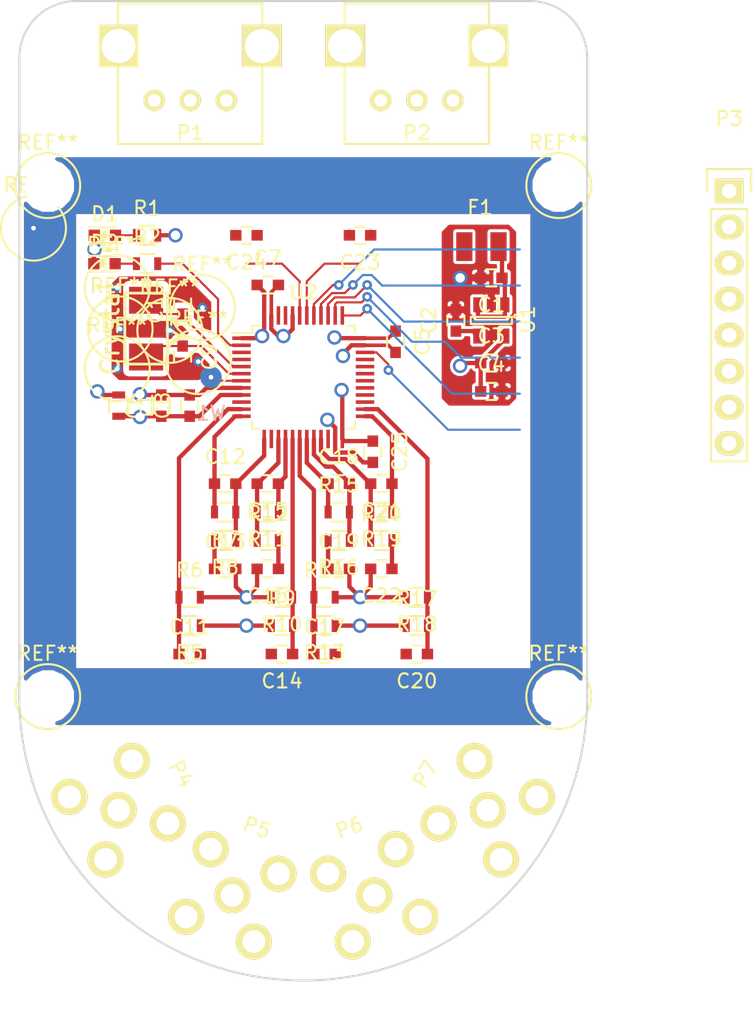
<source format=kicad_pcb>
(kicad_pcb (version 4) (host pcbnew "(2016-04-26 BZR 6712)-product")
  (layers (0 F.Cu signal) (1 In1.Cu power) (2 In2.Cu power) (31 B.Cu signal) (35 F.Paste user) (37 F.SilkS user hide) (38 B.Mask user) (39 F.Mask user) (44 Edge.Cuts user))
  (net 0 "")
  (net 1 +5V)
  (net 2 GND)
  (net 3 "Net-(C2-Pad1)")
  (net 4 +3V3)
  (net 5 +3.3VADC)
  (net 6 "Net-(C9-Pad1)")
  (net 7 "Net-(C10-Pad1)")
  (net 8 "Net-(D1-Pad2)")
  (net 9 "Net-(D2-Pad2)")
  (net 10 LED0)
  (net 11 "Net-(U2-Pad7)")
  (net 12 ADC1_IN1)
  (net 13 OPAMP1_VINP)
  (net 14 OPAMP1_VOUT)
  (net 15 OPAMP1_VINM)
  (net 16 ADC2_IN1)
  (net 17 OPAMP2_VINM)
  (net 18 OPAMP2_VOUT)
  (net 19 OPAMP2_VINP)
  (net 20 OPAMP3_VINP)
  (net 21 OPAMP3_VOUT)
  (net 22 OPAMP3_VINM)
  (net 23 OPAMP4_VINM)
  (net 24 OPAMP4_VINP)
  (net 25 OPAMP4_VOUT)
  (net 26 RCC_MCO)
  (net 27 "Net-(U2-Pad30)")
  (net 28 "Net-(U2-Pad31)")
  (net 29 USB_DM)
  (net 30 USB_DP)
  (net 31 SWDIO)
  (net 32 SWCLK)
  (net 33 SPI1_SCK)
  (net 34 SPI1_MISO)
  (net 35 SPI1_MOSI)
  (net 36 USART1_TX)
  (net 37 USART1_RX)
  (net 38 I2C1_SCL)
  (net 39 I2C1_SDA)
  (net 40 "Net-(C11-Pad2)")
  (net 41 "Net-(C13-Pad1)")
  (net 42 "Net-(C14-Pad2)")
  (net 43 "Net-(C16-Pad1)")
  (net 44 "Net-(C17-Pad2)")
  (net 45 "Net-(C19-Pad1)")
  (net 46 "Net-(C20-Pad2)")
  (net 47 "Net-(C22-Pad1)")
  (net 48 "Net-(U2-Pad22)")
  (net 49 "Net-(U2-Pad27)")
  (net 50 "Net-(U2-Pad28)")
  (net 51 "Net-(U2-Pad3)")
  (net 52 "Net-(U2-Pad4)")
  (net 53 SPI1_CS)
  (net 54 "Net-(C1-Pad1)")
  (module Pin_Headers:Pin_Header_Straight_1x08 (layer F.Cu) (at 190 96.38)
    (fp_text reference P3 (at 0 -5.1) (layer F.SilkS))
    (fp_text value CONN_01X08)
    (pad 1 thru_hole rect (at 0 0) (size 2.032 1.7272) (drill 1.016) (layers *.Cu *.Mask F.SilkS) (net 2 GND))
    (pad 2 thru_hole oval (at 0 2.54) (size 2.032 1.7272) (drill 1.016) (layers *.Cu *.Mask F.SilkS) (net 1 +5V))
    (pad 3 thru_hole oval (at 0 5.08) (size 2.032 1.7272) (drill 1.016) (layers *.Cu *.Mask F.SilkS) (net 35 SPI1_MOSI))
    (pad 4 thru_hole oval (at 0 7.62) (size 2.032 1.7272) (drill 1.016) (layers *.Cu *.Mask F.SilkS) (net 34 SPI1_MISO))
    (pad 5 thru_hole oval (at 0 10.16) (size 2.032 1.7272) (drill 1.016) (layers *.Cu *.Mask F.SilkS) (net 33 SPI1_SCK))
    (pad 6 thru_hole oval (at 0 12.7) (size 2.032 1.7272) (drill 1.016) (layers *.Cu *.Mask F.SilkS) (net 53 SPI1_CS))
    (pad 7 thru_hole oval (at 0 15.24) (size 2.032 1.7272) (drill 1.016) (layers *.Cu *.Mask F.SilkS) (net 32 SWCLK))
    (pad 8 thru_hole oval (at 0 17.78) (size 2.032 1.7272) (drill 1.016) (layers *.Cu *.Mask F.SilkS) (net 31 SWDIO))
  )
  (module Connect:1pin (layer F.Cu) (at 141 99)
    (fp_text reference REF** (at 0 -3.048) (layer F.SilkS))
    (fp_text value 1pin)
    (pad 1 thru_hole circle (at 0 0) (size 0.6858 0.6858) (drill 0.3302) (layers *.Cu) (net 2 GND))
  )
  (module Connect:1pin (layer F.Cu) (at 178 96)
    (fp_text reference REF** (at 0 -3.048) (layer F.SilkS))
    (fp_text value 1pin)
    (pad "" np_thru_hole circle (at 0 0) (size 3.2 3.2) (drill 3.2) (layers *.Cu *.Mask F.SilkS))
  )
  (module Connect:1pin (layer F.Cu) (at 178 132)
    (fp_text reference REF** (at 0 -3.048) (layer F.SilkS))
    (fp_text value 1pin)
    (pad "" np_thru_hole circle (at 0 0) (size 3.2 3.2) (drill 3.2) (layers *.Cu *.Mask F.SilkS))
  )
  (module Connect:1pin (layer F.Cu) (at 142 132)
    (fp_text reference REF** (at 0 -3.048) (layer F.SilkS))
    (fp_text value 1pin)
    (pad "" np_thru_hole circle (at 0 0) (size 3.2 3.2) (drill 3.2) (layers *.Cu *.Mask F.SilkS))
  )
  (module Connect:1pin (layer F.Cu) (at 142 96)
    (fp_text reference REF** (at 0 -3.048) (layer F.SilkS))
    (fp_text value 1pin)
    (pad "" np_thru_hole circle (at 0 0) (size 3.2 3.2) (drill 3.2) (layers *.Cu *.Mask F.SilkS))
  )
  (module Connect:1pin (layer F.Cu) (at 146.9 108.9)
    (fp_text reference REF** (at 0 -3.048) (layer F.SilkS))
    (fp_text value 1pin)
    (pad 1 thru_hole circle (at 0 0) (size 0.6858 0.6858) (drill 0.3302) (layers *.Cu) (net 2 GND))
  )
  (module Connect:1pin (layer F.Cu) (at 152.6 108.4)
    (fp_text reference REF** (at 0 -3.048) (layer F.SilkS))
    (fp_text value 1pin)
    (pad 1 thru_hole circle (at 0 0) (size 0.6858 0.6858) (drill 0.3302) (layers *.Cu) (net 2 GND))
  )
  (module Connect:1pin (layer F.Cu) (at 152.9 104.6)
    (fp_text reference REF** (at 0 -3.048) (layer F.SilkS))
    (fp_text value 1pin)
    (pad 1 thru_hole circle (at 0 0) (size 0.6858 0.6858) (drill 0.3302) (layers *.Cu) (net 2 GND))
  )
  (module Connect:1pin (layer F.Cu) (at 150.6 106.2)
    (fp_text reference REF** (at 0 -3.048) (layer F.SilkS))
    (fp_text value 1pin)
    (pad 1 thru_hole circle (at 0 0) (size 0.6858 0.6858) (drill 0.3302) (layers *.Cu) (net 2 GND))
  )
  (module Connect:1pin (layer F.Cu) (at 146.9 103.2)
    (fp_text reference REF** (at 0 -3.048) (layer F.SilkS))
    (fp_text value 1pin)
    (pad 1 thru_hole circle (at 0 0) (size 0.6858 0.6858) (drill 0.3302) (layers *.Cu) (net 2 GND))
  )
  (module Capacitors_SMD:C_0603 (layer F.Cu) (at 173.25 102.5 180)
    (fp_text reference C1 (at 0 -1.9 180) (layer F.SilkS))
    (fp_text value 1u)
    (pad 1 smd rect (at -0.75 0 180) (size 0.8 0.75) (layers F.Cu F.Paste F.Mask) (net 54 "Net-(C1-Pad1)"))
    (pad 2 smd rect (at 0.75 0 180) (size 0.8 0.75) (layers F.Cu F.Paste F.Mask) (net 2 GND))
  )
  (module Capacitors_SMD:C_0603 (layer F.Cu) (at 170.75 105.5 90)
    (fp_text reference C2 (at 0 -1.9 90) (layer F.SilkS))
    (fp_text value 10n)
    (pad 1 smd rect (at -0.75 0 90) (size 0.8 0.75) (layers F.Cu F.Paste F.Mask) (net 3 "Net-(C2-Pad1)"))
    (pad 2 smd rect (at 0.75 0 90) (size 0.8 0.75) (layers F.Cu F.Paste F.Mask) (net 2 GND))
  )
  (module Capacitors_SMD:C_0603 (layer F.Cu) (at 173.25 108.5)
    (fp_text reference C3 (at 0 -1.9) (layer F.SilkS))
    (fp_text value 1u)
    (pad 1 smd rect (at -0.75 0) (size 0.8 0.75) (layers F.Cu F.Paste F.Mask) (net 4 +3V3))
    (pad 2 smd rect (at 0.75 0) (size 0.8 0.75) (layers F.Cu F.Paste F.Mask) (net 2 GND))
  )
  (module Capacitors_SMD:C_0603 (layer F.Cu) (at 173.25 110.5)
    (fp_text reference C4 (at 0 -1.9) (layer F.SilkS))
    (fp_text value 100n)
    (pad 1 smd rect (at -0.75 0) (size 0.8 0.75) (layers F.Cu F.Paste F.Mask) (net 4 +3V3))
    (pad 2 smd rect (at 0.75 0) (size 0.8 0.75) (layers F.Cu F.Paste F.Mask) (net 2 GND))
  )
  (module Capacitors_SMD:C_0603 (layer F.Cu) (at 166.5 107 270)
    (fp_text reference C5 (at 0 -1.9 270) (layer F.SilkS))
    (fp_text value 100n)
    (pad 1 smd rect (at -0.75 0 270) (size 0.8 0.75) (layers F.Cu F.Paste F.Mask) (net 4 +3V3))
    (pad 2 smd rect (at 0.75 0 270) (size 0.8 0.75) (layers F.Cu F.Paste F.Mask) (net 2 GND))
  )
  (module Capacitors_SMD:C_0603 (layer F.Cu) (at 157.5 103)
    (fp_text reference C7 (at 0 -1.9) (layer F.SilkS))
    (fp_text value 100n)
    (pad 1 smd rect (at -0.75 0) (size 0.8 0.75) (layers F.Cu F.Paste F.Mask) (net 4 +3V3))
    (pad 2 smd rect (at 0.75 0) (size 0.8 0.75) (layers F.Cu F.Paste F.Mask) (net 2 GND))
  )
  (module Capacitors_SMD:C_0603 (layer F.Cu) (at 152 111.5 90)
    (fp_text reference C8 (at 0 -1.9 90) (layer F.SilkS))
    (fp_text value 10n)
    (pad 1 smd rect (at -0.75 0 90) (size 0.8 0.75) (layers F.Cu F.Paste F.Mask) (net 5 +3.3VADC))
    (pad 2 smd rect (at 0.75 0 90) (size 0.8 0.75) (layers F.Cu F.Paste F.Mask) (net 2 GND))
  )
  (module Capacitors_SMD:C_0603 (layer F.Cu) (at 151.5 108.05 270)
    (fp_text reference C9 (at 0 -1.9 270) (layer F.SilkS))
    (fp_text value 18p)
    (pad 1 smd rect (at -0.75 0 270) (size 0.8 0.75) (layers F.Cu F.Paste F.Mask) (net 6 "Net-(C9-Pad1)"))
    (pad 2 smd rect (at 0.75 0 270) (size 0.8 0.75) (layers F.Cu F.Paste F.Mask) (net 2 GND))
  )
  (module Capacitors_SMD:C_0603 (layer F.Cu) (at 151.5 104.3 90)
    (fp_text reference C10 (at 0 -1.9 90) (layer F.SilkS))
    (fp_text value 18p)
    (pad 1 smd rect (at -0.75 0 90) (size 0.8 0.75) (layers F.Cu F.Paste F.Mask) (net 7 "Net-(C10-Pad1)"))
    (pad 2 smd rect (at 0.75 0 90) (size 0.8 0.75) (layers F.Cu F.Paste F.Mask) (net 2 GND))
  )
  (module LEDs:LED_0603 (layer F.Cu) (at 146.026939 99.5)
    (fp_text reference D1 (at 0 -1.5) (layer F.SilkS))
    (fp_text value LED)
    (pad 2 smd rect (at 0.7493 0 180) (size 0.79756 0.79756) (layers F.Cu F.Paste F.Mask) (net 8 "Net-(D1-Pad2)"))
    (pad 1 smd rect (at -0.7493 0 180) (size 0.79756 0.79756) (layers F.Cu F.Paste F.Mask) (net 2 GND))
  )
  (module LEDs:LED_0603 (layer F.Cu) (at 146 101.5)
    (fp_text reference D2 (at 0 -1.5) (layer F.SilkS))
    (fp_text value LED)
    (pad 2 smd rect (at 0.7493 0 180) (size 0.79756 0.79756) (layers F.Cu F.Paste F.Mask) (net 9 "Net-(D2-Pad2)"))
    (pad 1 smd rect (at -0.7493 0 180) (size 0.79756 0.79756) (layers F.Cu F.Paste F.Mask) (net 2 GND))
  )
  (module Resistors_SMD:R_0603 (layer F.Cu) (at 147 111.5 270)
    (fp_text reference L1 (at 0 -1.9 270) (layer F.SilkS))
    (fp_text value L_Small)
    (pad 1 smd rect (at -0.75 0 270) (size 0.5 0.9) (layers F.Cu F.Paste F.Mask) (net 4 +3V3))
    (pad 2 smd rect (at 0.75 0 270) (size 0.5 0.9) (layers F.Cu F.Paste F.Mask) (net 5 +3.3VADC))
  )
  (module Resistors_SMD:R_0603 (layer F.Cu) (at 149 99.5)
    (fp_text reference R1 (at 0 -1.9) (layer F.SilkS))
    (fp_text value 330)
    (pad 1 smd rect (at -0.75 0) (size 0.5 0.9) (layers F.Cu F.Paste F.Mask) (net 8 "Net-(D1-Pad2)"))
    (pad 2 smd rect (at 0.75 0) (size 0.5 0.9) (layers F.Cu F.Paste F.Mask) (net 4 +3V3))
  )
  (module Resistors_SMD:R_0603 (layer F.Cu) (at 149 101.5)
    (fp_text reference R2 (at 0 -1.9) (layer F.SilkS))
    (fp_text value 330)
    (pad 1 smd rect (at -0.75 0) (size 0.5 0.9) (layers F.Cu F.Paste F.Mask) (net 9 "Net-(D2-Pad2)"))
    (pad 2 smd rect (at 0.75 0) (size 0.5 0.9) (layers F.Cu F.Paste F.Mask) (net 10 LED0))
  )
  (module TO_SOT_Packages_SMD:SOT-23-5 (layer F.Cu) (at 173.25 105.5 270)
    (fp_text reference U1 (at -0.05 -2.55 270) (layer F.SilkS))
    (fp_text value LD3985M33R)
    (pad 1 smd rect (at -1.1 -0.95 270) (size 1.06 0.65) (layers F.Cu F.Paste F.Mask) (net 54 "Net-(C1-Pad1)"))
    (pad 2 smd rect (at -1.1 0 270) (size 1.06 0.65) (layers F.Cu F.Paste F.Mask) (net 2 GND))
    (pad 3 smd rect (at -1.1 0.95 270) (size 1.06 0.65) (layers F.Cu F.Paste F.Mask) (net 54 "Net-(C1-Pad1)"))
    (pad 4 smd rect (at 1.1 0.95 270) (size 1.06 0.65) (layers F.Cu F.Paste F.Mask) (net 3 "Net-(C2-Pad1)"))
    (pad 5 smd rect (at 1.1 -0.95 270) (size 1.06 0.65) (layers F.Cu F.Paste F.Mask) (net 4 +3V3))
  )
  (module Housings_QFP:LQFP-48_7x7mm_Pitch0.5mm (layer F.Cu) (at 160 109.5)
    (fp_text reference U2 (at 0 -6) (layer F.SilkS))
    (fp_text value "STM32F303C(B-C)Tx")
    (pad 1 smd rect (at -4.35 -2.75) (size 1.3 0.25) (layers F.Cu F.Paste F.Mask) (net 4 +3V3))
    (pad 2 smd rect (at -4.35 -2.25) (size 1.3 0.25) (layers F.Cu F.Paste F.Mask) (net 10 LED0))
    (pad 3 smd rect (at -4.35 -1.75) (size 1.3 0.25) (layers F.Cu F.Paste F.Mask) (net 51 "Net-(U2-Pad3)"))
    (pad 4 smd rect (at -4.35 -1.25) (size 1.3 0.25) (layers F.Cu F.Paste F.Mask) (net 52 "Net-(U2-Pad4)"))
    (pad 5 smd rect (at -4.35 -0.75) (size 1.3 0.25) (layers F.Cu F.Paste F.Mask) (net 7 "Net-(C10-Pad1)"))
    (pad 6 smd rect (at -4.35 -0.25) (size 1.3 0.25) (layers F.Cu F.Paste F.Mask) (net 6 "Net-(C9-Pad1)"))
    (pad 7 smd rect (at -4.35 0.25) (size 1.3 0.25) (layers F.Cu F.Paste F.Mask) (net 11 "Net-(U2-Pad7)"))
    (pad 8 smd rect (at -4.35 0.75) (size 1.3 0.25) (layers F.Cu F.Paste F.Mask) (net 2 GND))
    (pad 9 smd rect (at -4.35 1.25) (size 1.3 0.25) (layers F.Cu F.Paste F.Mask) (net 5 +3.3VADC))
    (pad 10 smd rect (at -4.35 1.75) (size 1.3 0.25) (layers F.Cu F.Paste F.Mask) (net 12 ADC1_IN1))
    (pad 11 smd rect (at -4.35 2.25) (size 1.3 0.25) (layers F.Cu F.Paste F.Mask) (net 13 OPAMP1_VINP))
    (pad 12 smd rect (at -4.35 2.75) (size 1.3 0.25) (layers F.Cu F.Paste F.Mask) (net 14 OPAMP1_VOUT))
    (pad 13 smd rect (at -2.75 4.35 90) (size 1.3 0.25) (layers F.Cu F.Paste F.Mask) (net 15 OPAMP1_VINM))
    (pad 14 smd rect (at -2.25 4.35 90) (size 1.3 0.25) (layers F.Cu F.Paste F.Mask) (net 16 ADC2_IN1))
    (pad 15 smd rect (at -1.75 4.35 90) (size 1.3 0.25) (layers F.Cu F.Paste F.Mask) (net 17 OPAMP2_VINM))
    (pad 16 smd rect (at -1.25 4.35 90) (size 1.3 0.25) (layers F.Cu F.Paste F.Mask) (net 18 OPAMP2_VOUT))
    (pad 17 smd rect (at -0.75 4.35 90) (size 1.3 0.25) (layers F.Cu F.Paste F.Mask) (net 19 OPAMP2_VINP))
    (pad 18 smd rect (at -0.25 4.35 90) (size 1.3 0.25) (layers F.Cu F.Paste F.Mask) (net 20 OPAMP3_VINP))
    (pad 19 smd rect (at 0.25 4.35 90) (size 1.3 0.25) (layers F.Cu F.Paste F.Mask) (net 21 OPAMP3_VOUT))
    (pad 20 smd rect (at 0.75 4.35 90) (size 1.3 0.25) (layers F.Cu F.Paste F.Mask) (net 22 OPAMP3_VINM))
    (pad 21 smd rect (at 1.25 4.35 90) (size 1.3 0.25) (layers F.Cu F.Paste F.Mask) (net 23 OPAMP4_VINM))
    (pad 22 smd rect (at 1.75 4.35 90) (size 1.3 0.25) (layers F.Cu F.Paste F.Mask) (net 48 "Net-(U2-Pad22)"))
    (pad 23 smd rect (at 2.25 4.35 90) (size 1.3 0.25) (layers F.Cu F.Paste F.Mask) (net 2 GND))
    (pad 24 smd rect (at 2.75 4.35 90) (size 1.3 0.25) (layers F.Cu F.Paste F.Mask) (net 4 +3V3))
    (pad 25 smd rect (at 4.35 2.75) (size 1.3 0.25) (layers F.Cu F.Paste F.Mask) (net 25 OPAMP4_VOUT))
    (pad 26 smd rect (at 4.35 2.25) (size 1.3 0.25) (layers F.Cu F.Paste F.Mask) (net 24 OPAMP4_VINP))
    (pad 27 smd rect (at 4.35 1.75) (size 1.3 0.25) (layers F.Cu F.Paste F.Mask) (net 49 "Net-(U2-Pad27)"))
    (pad 28 smd rect (at 4.35 1.25) (size 1.3 0.25) (layers F.Cu F.Paste F.Mask) (net 50 "Net-(U2-Pad28)"))
    (pad 29 smd rect (at 4.35 0.75) (size 1.3 0.25) (layers F.Cu F.Paste F.Mask) (net 26 RCC_MCO))
    (pad 30 smd rect (at 4.35 0.25) (size 1.3 0.25) (layers F.Cu F.Paste F.Mask) (net 27 "Net-(U2-Pad30)"))
    (pad 31 smd rect (at 4.35 -0.25) (size 1.3 0.25) (layers F.Cu F.Paste F.Mask) (net 28 "Net-(U2-Pad31)"))
    (pad 32 smd rect (at 4.35 -0.75) (size 1.3 0.25) (layers F.Cu F.Paste F.Mask) (net 29 USB_DM))
    (pad 33 smd rect (at 4.35 -1.25) (size 1.3 0.25) (layers F.Cu F.Paste F.Mask) (net 30 USB_DP))
    (pad 34 smd rect (at 4.35 -1.75) (size 1.3 0.25) (layers F.Cu F.Paste F.Mask) (net 31 SWDIO))
    (pad 35 smd rect (at 4.35 -2.25) (size 1.3 0.25) (layers F.Cu F.Paste F.Mask) (net 2 GND))
    (pad 36 smd rect (at 4.35 -2.75) (size 1.3 0.25) (layers F.Cu F.Paste F.Mask) (net 4 +3V3))
    (pad 37 smd rect (at 2.75 -4.35 90) (size 1.3 0.25) (layers F.Cu F.Paste F.Mask) (net 32 SWCLK))
    (pad 38 smd rect (at 2.25 -4.35 90) (size 1.3 0.25) (layers F.Cu F.Paste F.Mask) (net 53 SPI1_CS))
    (pad 39 smd rect (at 1.75 -4.35 90) (size 1.3 0.25) (layers F.Cu F.Paste F.Mask) (net 33 SPI1_SCK))
    (pad 40 smd rect (at 1.25 -4.35 90) (size 1.3 0.25) (layers F.Cu F.Paste F.Mask) (net 34 SPI1_MISO))
    (pad 41 smd rect (at 0.75 -4.35 90) (size 1.3 0.25) (layers F.Cu F.Paste F.Mask) (net 35 SPI1_MOSI))
    (pad 42 smd rect (at 0.25 -4.35 90) (size 1.3 0.25) (layers F.Cu F.Paste F.Mask) (net 36 USART1_TX))
    (pad 43 smd rect (at -0.25 -4.35 90) (size 1.3 0.25) (layers F.Cu F.Paste F.Mask) (net 37 USART1_RX))
    (pad 44 smd rect (at -0.75 -4.35 90) (size 1.3 0.25) (layers F.Cu F.Paste F.Mask) (net 2 GND))
    (pad 45 smd rect (at -1.25 -4.35 90) (size 1.3 0.25) (layers F.Cu F.Paste F.Mask) (net 38 I2C1_SCL))
    (pad 46 smd rect (at -1.75 -4.35 90) (size 1.3 0.25) (layers F.Cu F.Paste F.Mask) (net 39 I2C1_SDA))
    (pad 47 smd rect (at -2.25 -4.35 90) (size 1.3 0.25) (layers F.Cu F.Paste F.Mask) (net 2 GND))
    (pad 48 smd rect (at -2.75 -4.35 90) (size 1.3 0.25) (layers F.Cu F.Paste F.Mask) (net 4 +3V3))
  )
  (module ADC:SMA-ThroughHole (layer F.Cu) (at 147 140 300)
    (fp_text reference P4 (at 0 -5.08 300) (layer F.SilkS))
    (fp_text value SMA)
    (pad 1 thru_hole circle (at 0 0 300) (size 2.54 2.54) (drill 1.6) (layers *.Cu *.Mask F.SilkS) (net 40 "Net-(C11-Pad2)"))
    (pad 2 thru_hole circle (at 2.54 -2.54 300) (size 2.54 2.54) (drill 1.6) (layers *.Cu *.Mask F.SilkS) (net 2 GND))
    (pad 2 thru_hole circle (at 2.54 2.54 300) (size 2.54 2.54) (drill 1.6) (layers *.Cu *.Mask F.SilkS) (net 2 GND))
    (pad 2 thru_hole circle (at -2.54 2.54 300) (size 2.54 2.54) (drill 1.6) (layers *.Cu *.Mask F.SilkS) (net 2 GND))
    (pad 2 thru_hole circle (at -2.54 -2.54 300) (size 2.54 2.54) (drill 1.6) (layers *.Cu *.Mask F.SilkS) (net 2 GND))
  )
  (module ADC:SMA-ThroughHole (layer F.Cu) (at 155 146 340)
    (fp_text reference P5 (at 0 -5.08 340) (layer F.SilkS))
    (fp_text value SMA)
    (pad 1 thru_hole circle (at 0 0 340) (size 2.54 2.54) (drill 1.6) (layers *.Cu *.Mask F.SilkS) (net 42 "Net-(C14-Pad2)"))
    (pad 2 thru_hole circle (at 2.54 -2.54 340) (size 2.54 2.54) (drill 1.6) (layers *.Cu *.Mask F.SilkS) (net 2 GND))
    (pad 2 thru_hole circle (at 2.54 2.54 340) (size 2.54 2.54) (drill 1.6) (layers *.Cu *.Mask F.SilkS) (net 2 GND))
    (pad 2 thru_hole circle (at -2.54 2.54 340) (size 2.54 2.54) (drill 1.6) (layers *.Cu *.Mask F.SilkS) (net 2 GND))
    (pad 2 thru_hole circle (at -2.54 -2.54 340) (size 2.54 2.54) (drill 1.6) (layers *.Cu *.Mask F.SilkS) (net 2 GND))
  )
  (module ADC:SMA-ThroughHole (layer F.Cu) (at 165 146 20)
    (fp_text reference P6 (at 0 -5.08 20) (layer F.SilkS))
    (fp_text value SMA)
    (pad 1 thru_hole circle (at 0 0 20) (size 2.54 2.54) (drill 1.6) (layers *.Cu *.Mask F.SilkS) (net 44 "Net-(C17-Pad2)"))
    (pad 2 thru_hole circle (at 2.54 -2.54 20) (size 2.54 2.54) (drill 1.6) (layers *.Cu *.Mask F.SilkS) (net 2 GND))
    (pad 2 thru_hole circle (at 2.54 2.54 20) (size 2.54 2.54) (drill 1.6) (layers *.Cu *.Mask F.SilkS) (net 2 GND))
    (pad 2 thru_hole circle (at -2.54 2.54 20) (size 2.54 2.54) (drill 1.6) (layers *.Cu *.Mask F.SilkS) (net 2 GND))
    (pad 2 thru_hole circle (at -2.54 -2.54 20) (size 2.54 2.54) (drill 1.6) (layers *.Cu *.Mask F.SilkS) (net 2 GND))
  )
  (module ADC:SMA-ThroughHole (layer F.Cu) (at 173 140 60)
    (fp_text reference P7 (at 0 -5.08 240) (layer F.SilkS))
    (fp_text value SMA)
    (pad 1 thru_hole circle (at 0 0 60) (size 2.54 2.54) (drill 1.6) (layers *.Cu *.Mask F.SilkS) (net 46 "Net-(C20-Pad2)"))
    (pad 2 thru_hole circle (at 2.54 -2.54 60) (size 2.54 2.54) (drill 1.6) (layers *.Cu *.Mask F.SilkS) (net 2 GND))
    (pad 2 thru_hole circle (at 2.54 2.54 60) (size 2.54 2.54) (drill 1.6) (layers *.Cu *.Mask F.SilkS) (net 2 GND))
    (pad 2 thru_hole circle (at -2.54 2.54 60) (size 2.54 2.54) (drill 1.6) (layers *.Cu *.Mask F.SilkS) (net 2 GND))
    (pad 2 thru_hole circle (at -2.54 -2.54 60) (size 2.54 2.54) (drill 1.6) (layers *.Cu *.Mask F.SilkS) (net 2 GND))
  )
  (module Capacitors_SMD:C_0603 (layer F.Cu) (at 152 129)
    (fp_text reference C11 (at 0 -1.9) (layer F.SilkS))
    (fp_text value 100n)
    (pad 1 smd rect (at -0.75 0) (size 0.8 0.75) (layers F.Cu F.Paste F.Mask) (net 13 OPAMP1_VINP))
    (pad 2 smd rect (at 0.75 0) (size 0.8 0.75) (layers F.Cu F.Paste F.Mask) (net 40 "Net-(C11-Pad2)"))
  )
  (module Capacitors_SMD:C_0603 (layer F.Cu) (at 154.5 117)
    (fp_text reference C12 (at 0 -1.9) (layer F.SilkS))
    (fp_text value 1p)
    (pad 1 smd rect (at -0.75 0) (size 0.8 0.75) (layers F.Cu F.Paste F.Mask) (net 14 OPAMP1_VOUT))
    (pad 2 smd rect (at 0.75 0) (size 0.8 0.75) (layers F.Cu F.Paste F.Mask) (net 15 OPAMP1_VINM))
  )
  (module Capacitors_SMD:C_0603 (layer F.Cu) (at 154.5 123)
    (fp_text reference C13 (at 0 -1.9) (layer F.SilkS))
    (fp_text value 100n)
    (pad 1 smd rect (at -0.75 0) (size 0.8 0.75) (layers F.Cu F.Paste F.Mask) (net 41 "Net-(C13-Pad1)"))
    (pad 2 smd rect (at 0.75 0) (size 0.8 0.75) (layers F.Cu F.Paste F.Mask) (net 2 GND))
  )
  (module Capacitors_SMD:C_0603 (layer F.Cu) (at 158.5 129 180)
    (fp_text reference C14 (at 0 -1.9 180) (layer F.SilkS))
    (fp_text value 100n)
    (pad 1 smd rect (at -0.75 0 180) (size 0.8 0.75) (layers F.Cu F.Paste F.Mask) (net 19 OPAMP2_VINP))
    (pad 2 smd rect (at 0.75 0 180) (size 0.8 0.75) (layers F.Cu F.Paste F.Mask) (net 42 "Net-(C14-Pad2)"))
  )
  (module Capacitors_SMD:C_0603 (layer F.Cu) (at 157.5 117 180)
    (fp_text reference C15 (at 0 -1.9 180) (layer F.SilkS))
    (fp_text value 1p)
    (pad 1 smd rect (at -0.75 0 180) (size 0.8 0.75) (layers F.Cu F.Paste F.Mask) (net 18 OPAMP2_VOUT))
    (pad 2 smd rect (at 0.75 0 180) (size 0.8 0.75) (layers F.Cu F.Paste F.Mask) (net 17 OPAMP2_VINM))
  )
  (module Capacitors_SMD:C_0603 (layer F.Cu) (at 157.5 123 180)
    (fp_text reference C16 (at 0 -1.9 180) (layer F.SilkS))
    (fp_text value 100n)
    (pad 1 smd rect (at -0.75 0 180) (size 0.8 0.75) (layers F.Cu F.Paste F.Mask) (net 43 "Net-(C16-Pad1)"))
    (pad 2 smd rect (at 0.75 0 180) (size 0.8 0.75) (layers F.Cu F.Paste F.Mask) (net 2 GND))
  )
  (module Capacitors_SMD:C_0603 (layer F.Cu) (at 161.5 129)
    (fp_text reference C17 (at 0 -1.9) (layer F.SilkS))
    (fp_text value 100n)
    (pad 1 smd rect (at -0.75 0) (size 0.8 0.75) (layers F.Cu F.Paste F.Mask) (net 20 OPAMP3_VINP))
    (pad 2 smd rect (at 0.75 0) (size 0.8 0.75) (layers F.Cu F.Paste F.Mask) (net 44 "Net-(C17-Pad2)"))
  )
  (module Capacitors_SMD:C_0603 (layer F.Cu) (at 162.5 117)
    (fp_text reference C18 (at 0 -1.9) (layer F.SilkS))
    (fp_text value 1p)
    (pad 1 smd rect (at -0.75 0) (size 0.8 0.75) (layers F.Cu F.Paste F.Mask) (net 21 OPAMP3_VOUT))
    (pad 2 smd rect (at 0.75 0) (size 0.8 0.75) (layers F.Cu F.Paste F.Mask) (net 22 OPAMP3_VINM))
  )
  (module Capacitors_SMD:C_0603 (layer F.Cu) (at 162.5 123)
    (fp_text reference C19 (at 0 -1.9) (layer F.SilkS))
    (fp_text value 100n)
    (pad 1 smd rect (at -0.75 0) (size 0.8 0.75) (layers F.Cu F.Paste F.Mask) (net 45 "Net-(C19-Pad1)"))
    (pad 2 smd rect (at 0.75 0) (size 0.8 0.75) (layers F.Cu F.Paste F.Mask) (net 2 GND))
  )
  (module Capacitors_SMD:C_0603 (layer F.Cu) (at 168 129 180)
    (fp_text reference C20 (at 0 -1.9 180) (layer F.SilkS))
    (fp_text value 100n)
    (pad 1 smd rect (at -0.75 0 180) (size 0.8 0.75) (layers F.Cu F.Paste F.Mask) (net 24 OPAMP4_VINP))
    (pad 2 smd rect (at 0.75 0 180) (size 0.8 0.75) (layers F.Cu F.Paste F.Mask) (net 46 "Net-(C20-Pad2)"))
  )
  (module Capacitors_SMD:C_0603 (layer F.Cu) (at 165.5 117 180)
    (fp_text reference C21 (at 0 -1.9 180) (layer F.SilkS))
    (fp_text value 1p)
    (pad 1 smd rect (at -0.75 0 180) (size 0.8 0.75) (layers F.Cu F.Paste F.Mask) (net 25 OPAMP4_VOUT))
    (pad 2 smd rect (at 0.75 0 180) (size 0.8 0.75) (layers F.Cu F.Paste F.Mask) (net 23 OPAMP4_VINM))
  )
  (module Capacitors_SMD:C_0603 (layer F.Cu) (at 165.5 123 180)
    (fp_text reference C22 (at 0 -1.9 180) (layer F.SilkS))
    (fp_text value 100n)
    (pad 1 smd rect (at -0.75 0 180) (size 0.8 0.75) (layers F.Cu F.Paste F.Mask) (net 47 "Net-(C22-Pad1)"))
    (pad 2 smd rect (at 0.75 0 180) (size 0.8 0.75) (layers F.Cu F.Paste F.Mask) (net 2 GND))
  )
  (module Resistors_SMD:R_0603 (layer F.Cu) (at 152 127 180)
    (fp_text reference R5 (at 0 -1.9 180) (layer F.SilkS))
    (fp_text value 10K)
    (pad 1 smd rect (at -0.75 0 180) (size 0.5 0.9) (layers F.Cu F.Paste F.Mask) (net 5 +3.3VADC))
    (pad 2 smd rect (at 0.75 0 180) (size 0.5 0.9) (layers F.Cu F.Paste F.Mask) (net 13 OPAMP1_VINP))
  )
  (module Resistors_SMD:R_0603 (layer F.Cu) (at 152 125)
    (fp_text reference R6 (at 0 -1.9) (layer F.SilkS))
    (fp_text value 10K)
    (pad 1 smd rect (at -0.75 0) (size 0.5 0.9) (layers F.Cu F.Paste F.Mask) (net 13 OPAMP1_VINP))
    (pad 2 smd rect (at 0.75 0) (size 0.5 0.9) (layers F.Cu F.Paste F.Mask) (net 2 GND))
  )
  (module Resistors_SMD:R_0603 (layer F.Cu) (at 154.5 119 180)
    (fp_text reference R7 (at 0 -1.9 180) (layer F.SilkS))
    (fp_text value 10K)
    (pad 1 smd rect (at -0.75 0 180) (size 0.5 0.9) (layers F.Cu F.Paste F.Mask) (net 15 OPAMP1_VINM))
    (pad 2 smd rect (at 0.75 0 180) (size 0.5 0.9) (layers F.Cu F.Paste F.Mask) (net 14 OPAMP1_VOUT))
  )
  (module Resistors_SMD:R_0603 (layer F.Cu) (at 154.5 121 180)
    (fp_text reference R8 (at 0 -1.9 180) (layer F.SilkS))
    (fp_text value 10K)
    (pad 1 smd rect (at -0.75 0 180) (size 0.5 0.9) (layers F.Cu F.Paste F.Mask) (net 15 OPAMP1_VINM))
    (pad 2 smd rect (at 0.75 0 180) (size 0.5 0.9) (layers F.Cu F.Paste F.Mask) (net 41 "Net-(C13-Pad1)"))
  )
  (module Resistors_SMD:R_0603 (layer F.Cu) (at 158.5 127)
    (fp_text reference R9 (at 0 -1.9) (layer F.SilkS))
    (fp_text value 10K)
    (pad 1 smd rect (at -0.75 0) (size 0.5 0.9) (layers F.Cu F.Paste F.Mask) (net 5 +3.3VADC))
    (pad 2 smd rect (at 0.75 0) (size 0.5 0.9) (layers F.Cu F.Paste F.Mask) (net 19 OPAMP2_VINP))
  )
  (module Resistors_SMD:R_0603 (layer F.Cu) (at 158.5 125 180)
    (fp_text reference R10 (at 0 -1.9 180) (layer F.SilkS))
    (fp_text value 10K)
    (pad 1 smd rect (at -0.75 0 180) (size 0.5 0.9) (layers F.Cu F.Paste F.Mask) (net 19 OPAMP2_VINP))
    (pad 2 smd rect (at 0.75 0 180) (size 0.5 0.9) (layers F.Cu F.Paste F.Mask) (net 2 GND))
  )
  (module Resistors_SMD:R_0603 (layer F.Cu) (at 157.5 119 180)
    (fp_text reference R11 (at 0 -1.9 180) (layer F.SilkS))
    (fp_text value 10K)
    (pad 1 smd rect (at -0.75 0 180) (size 0.5 0.9) (layers F.Cu F.Paste F.Mask) (net 18 OPAMP2_VOUT))
    (pad 2 smd rect (at 0.75 0 180) (size 0.5 0.9) (layers F.Cu F.Paste F.Mask) (net 17 OPAMP2_VINM))
  )
  (module Resistors_SMD:R_0603 (layer F.Cu) (at 157.5 121)
    (fp_text reference R12 (at 0 -1.9) (layer F.SilkS))
    (fp_text value 10K)
    (pad 1 smd rect (at -0.75 0) (size 0.5 0.9) (layers F.Cu F.Paste F.Mask) (net 17 OPAMP2_VINM))
    (pad 2 smd rect (at 0.75 0) (size 0.5 0.9) (layers F.Cu F.Paste F.Mask) (net 43 "Net-(C16-Pad1)"))
  )
  (module Resistors_SMD:R_0603 (layer F.Cu) (at 161.5 127 180)
    (fp_text reference R13 (at 0 -1.9 180) (layer F.SilkS))
    (fp_text value 10K)
    (pad 1 smd rect (at -0.75 0 180) (size 0.5 0.9) (layers F.Cu F.Paste F.Mask) (net 5 +3.3VADC))
    (pad 2 smd rect (at 0.75 0 180) (size 0.5 0.9) (layers F.Cu F.Paste F.Mask) (net 20 OPAMP3_VINP))
  )
  (module Resistors_SMD:R_0603 (layer F.Cu) (at 161.5 125)
    (fp_text reference R14 (at 0 -1.9) (layer F.SilkS))
    (fp_text value 10K)
    (pad 1 smd rect (at -0.75 0) (size 0.5 0.9) (layers F.Cu F.Paste F.Mask) (net 20 OPAMP3_VINP))
    (pad 2 smd rect (at 0.75 0) (size 0.5 0.9) (layers F.Cu F.Paste F.Mask) (net 2 GND))
  )
  (module Resistors_SMD:R_0603 (layer F.Cu) (at 162.5 119)
    (fp_text reference R15 (at 0 -1.9) (layer F.SilkS))
    (fp_text value 10K)
    (pad 1 smd rect (at -0.75 0) (size 0.5 0.9) (layers F.Cu F.Paste F.Mask) (net 21 OPAMP3_VOUT))
    (pad 2 smd rect (at 0.75 0) (size 0.5 0.9) (layers F.Cu F.Paste F.Mask) (net 22 OPAMP3_VINM))
  )
  (module Resistors_SMD:R_0603 (layer F.Cu) (at 162.5 121 180)
    (fp_text reference R16 (at 0 -1.9 180) (layer F.SilkS))
    (fp_text value 10K)
    (pad 1 smd rect (at -0.75 0 180) (size 0.5 0.9) (layers F.Cu F.Paste F.Mask) (net 22 OPAMP3_VINM))
    (pad 2 smd rect (at 0.75 0 180) (size 0.5 0.9) (layers F.Cu F.Paste F.Mask) (net 45 "Net-(C19-Pad1)"))
  )
  (module Resistors_SMD:R_0603 (layer F.Cu) (at 168 127)
    (fp_text reference R17 (at 0 -1.9) (layer F.SilkS))
    (fp_text value 10K)
    (pad 1 smd rect (at -0.75 0) (size 0.5 0.9) (layers F.Cu F.Paste F.Mask) (net 5 +3.3VADC))
    (pad 2 smd rect (at 0.75 0) (size 0.5 0.9) (layers F.Cu F.Paste F.Mask) (net 24 OPAMP4_VINP))
  )
  (module Resistors_SMD:R_0603 (layer F.Cu) (at 168 125 180)
    (fp_text reference R18 (at 0 -1.9 180) (layer F.SilkS))
    (fp_text value 10K)
    (pad 1 smd rect (at -0.75 0 180) (size 0.5 0.9) (layers F.Cu F.Paste F.Mask) (net 24 OPAMP4_VINP))
    (pad 2 smd rect (at 0.75 0 180) (size 0.5 0.9) (layers F.Cu F.Paste F.Mask) (net 2 GND))
  )
  (module Resistors_SMD:R_0603 (layer F.Cu) (at 165.5 119 180)
    (fp_text reference R19 (at 0 -1.9 180) (layer F.SilkS))
    (fp_text value 10K)
    (pad 1 smd rect (at -0.75 0 180) (size 0.5 0.9) (layers F.Cu F.Paste F.Mask) (net 25 OPAMP4_VOUT))
    (pad 2 smd rect (at 0.75 0 180) (size 0.5 0.9) (layers F.Cu F.Paste F.Mask) (net 23 OPAMP4_VINM))
  )
  (module Resistors_SMD:R_0603 (layer F.Cu) (at 165.5 121)
    (fp_text reference R20 (at 0 -1.9) (layer F.SilkS))
    (fp_text value 10K)
    (pad 1 smd rect (at -0.75 0) (size 0.5 0.9) (layers F.Cu F.Paste F.Mask) (net 23 OPAMP4_VINM))
    (pad 2 smd rect (at 0.75 0) (size 0.5 0.9) (layers F.Cu F.Paste F.Mask) (net 47 "Net-(C22-Pad1)"))
  )
  (module Capacitors_SMD:C_0603 (layer F.Cu) (at 164 99.5 180)
    (fp_text reference C23 (at 0 -1.9 180) (layer F.SilkS))
    (fp_text value 100n)
    (pad 1 smd rect (at -0.75 0 180) (size 0.8 0.75) (layers F.Cu F.Paste F.Mask) (net 4 +3V3))
    (pad 2 smd rect (at 0.75 0 180) (size 0.8 0.75) (layers F.Cu F.Paste F.Mask) (net 2 GND))
  )
  (module Capacitors_SMD:C_0603 (layer F.Cu) (at 156 99.5 180)
    (fp_text reference C24 (at 0 -1.9 180) (layer F.SilkS))
    (fp_text value 100n)
    (pad 1 smd rect (at -0.75 0 180) (size 0.8 0.75) (layers F.Cu F.Paste F.Mask) (net 4 +3V3))
    (pad 2 smd rect (at 0.75 0 180) (size 0.8 0.75) (layers F.Cu F.Paste F.Mask) (net 2 GND))
  )
  (module abm3:ABM3 (layer F.Cu) (at 148.93 106.075 90)
    (fp_text reference Y1 (at 0 2.54 90) (layer F.SilkS) (effects (font (size 1.27 1.27) (thickness 0.2))))
    (fp_text value Crystal (at 0 -2.54 90) (layer F.SilkS) (effects (font (size 1.27 1.27) (thickness 0.2))))
    (pad 1 smd rect (at -2 0 90) (size 1.9 2.4) (layers F.Cu F.Paste F.Mask) (net 6 "Net-(C9-Pad1)"))
    (pad 2 smd rect (at 2 0 90) (size 1.9 2.4) (layers F.Cu F.Paste F.Mask) (net 7 "Net-(C10-Pad1)"))
  )
  (module ADC:ToslinkTranceiver (layer F.Cu) (at 152.04 90)
    (fp_text reference P1 (at 0 2.286) (layer F.SilkS))
    (fp_text value CONN_01X03)
    (pad 2 thru_hole circle (at 0 0) (size 1.5 1.5) (drill 0.9) (layers *.Cu *.Mask F.SilkS) (net 2 GND))
    (pad 3 thru_hole circle (at -2.54 0) (size 1.5 1.5) (drill 0.9) (layers *.Cu *.Mask F.SilkS) (net 37 USART1_RX))
    (pad 1 thru_hole circle (at 2.54 0) (size 1.5 1.5) (drill 0.9) (layers *.Cu *.Mask F.SilkS) (net 4 +3V3))
    (pad "" thru_hole rect (at 5.05 -3.83) (size 2.8 3) (drill 2.4) (layers *.Cu *.Mask F.SilkS))
    (pad "" thru_hole rect (at -5.05 -3.83) (size 2.8 3) (drill 2.4) (layers *.Cu *.Mask F.SilkS))
  )
  (module ADC:ToslinkTranceiver (layer F.Cu) (at 168 90)
    (fp_text reference P2 (at 0 2.286) (layer F.SilkS))
    (fp_text value CONN_01X03)
    (pad 2 thru_hole circle (at 0 0) (size 1.5 1.5) (drill 0.9) (layers *.Cu *.Mask F.SilkS) (net 4 +3V3))
    (pad 3 thru_hole circle (at -2.54 0) (size 1.5 1.5) (drill 0.9) (layers *.Cu *.Mask F.SilkS) (net 2 GND))
    (pad 1 thru_hole circle (at 2.54 0) (size 1.5 1.5) (drill 0.9) (layers *.Cu *.Mask F.SilkS) (net 36 USART1_TX))
    (pad "" thru_hole rect (at 5.05 -3.83) (size 2.8 3) (drill 2.4) (layers *.Cu *.Mask F.SilkS))
    (pad "" thru_hole rect (at -5.05 -3.83) (size 2.8 3) (drill 2.4) (layers *.Cu *.Mask F.SilkS))
  )
  (module Measurement_Points:Measurement_Point_Round-SMD-Pad_Small (layer B.Cu) (at 153.5 109.5)
    (fp_text reference W1 (at 0 2.54) (layer B.SilkS) (effects (justify mirror)))
    (fp_text value TEST_1P)
    (pad 1 smd circle (at 0 0) (size 1.524 1.524) (layers B.Cu B.Mask) (net 11 "Net-(U2-Pad7)"))
  )
  (module Connect:1pin (layer F.Cu) (at 147.1 106.1)
    (fp_text reference REF** (at 0 -3.048) (layer F.SilkS))
    (fp_text value 1pin)
    (pad 1 thru_hole circle (at 0 0) (size 0.6858 0.6858) (drill 0.3302) (layers *.Cu) (net 2 GND))
  )
  (module Capacitors_SMD:C_0603 (layer F.Cu) (at 150 111.5 90)
    (fp_text reference C6 (at 0 -1.9 90) (layer F.SilkS))
    (fp_text value 1u)
    (pad 1 smd rect (at -0.75 0 90) (size 0.8 0.75) (layers F.Cu F.Paste F.Mask) (net 5 +3.3VADC))
    (pad 2 smd rect (at 0.75 0 90) (size 0.8 0.75) (layers F.Cu F.Paste F.Mask) (net 2 GND))
  )
  (module Capacitors_SMD:C_0603 (layer F.Cu) (at 164.9 114.75 270)
    (fp_text reference C25 (at 0 -1.9 270) (layer F.SilkS))
    (fp_text value 100n)
    (pad 1 smd rect (at -0.75 0 270) (size 0.8 0.75) (layers F.Cu F.Paste F.Mask) (net 4 +3V3))
    (pad 2 smd rect (at 0.75 0 270) (size 0.8 0.75) (layers F.Cu F.Paste F.Mask) (net 2 GND))
  )
  (module Fuse_Holders_and_Fuses:Fuse_SMD1206_Reflow (layer F.Cu) (at 172.55 100.3)
    (fp_text reference F1 (at -0.09906 -2.75082) (layer F.SilkS))
    (fp_text value FUSE)
    (pad 1 smd rect (at -1.20396 0 90) (size 2.02946 1.14046) (layers F.Cu F.Paste F.Mask) (net 1 +5V))
    (pad 2 smd rect (at 1.20396 0 90) (size 2.02946 1.14046) (layers F.Cu F.Paste F.Mask) (net 54 "Net-(C1-Pad1)"))
  )
  (gr_arc (start 176 87) (end 176 83) (angle 90) (layer Edge.Cuts) (width 0.15))
  (gr_arc (start 144 87) (end 140 87) (angle 90) (layer Edge.Cuts) (width 0.15))
  (gr_arc (start 160 132) (end 180 132) (angle 180) (layer Edge.Cuts) (width 0.15))
  (gr_line (start 140 132) (end 140 87) (layer Edge.Cuts) (width 0.15))
  (gr_line (start 180 87) (end 180 132) (layer Edge.Cuts) (width 0.15))
  (gr_line (start 144 83) (end 176 83) (layer Edge.Cuts) (width 0.15))
  (segment (start 164.75 123) (end 164.75 124.25) (width 0.3048) (layer F.Cu) (net 2))
  (segment (start 164.75 124.25) (end 164 125) (width 0.3048) (layer F.Cu) (net 2))
  (segment (start 163.25 123) (end 163.25 124.25) (width 0.3048) (layer F.Cu) (net 2))
  (segment (start 163.25 124.25) (end 164 125) (width 0.3048) (layer F.Cu) (net 2))
  (segment (start 155.25 123) (end 155.25 124.25) (width 0.3048) (layer F.Cu) (net 2))
  (segment (start 155.25 124.25) (end 156 125) (width 0.3048) (layer F.Cu) (net 2))
  (segment (start 156.75 123) (end 156.75 124.25) (width 0.3048) (layer F.Cu) (net 2))
  (segment (start 156.75 124.25) (end 156 125) (width 0.3048) (layer F.Cu) (net 2))
  (segment (start 162.25 125) (end 164 125) (width 0.3048) (layer F.Cu) (net 2))
  (segment (start 167.25 125) (end 164 125) (width 0.3048) (layer F.Cu) (net 2))
  (via (at 164 125) (size 1.016) (drill 0.6604) (layers F.Cu B.Cu) (net 2))
  (segment (start 152.75 125) (end 156 125) (width 0.3048) (layer F.Cu) (net 2))
  (segment (start 157.75 125) (end 156 125) (width 0.3048) (layer F.Cu) (net 2))
  (via (at 156 125) (size 1.016) (drill 0.6604) (layers F.Cu B.Cu) (net 2))
  (segment (start 164.9 115.5) (end 164.2202 115.5) (width 0.3048) (layer F.Cu) (net 2))
  (segment (start 164.2202 115.5) (end 163.525009 114.804809) (width 0.3048) (layer F.Cu) (net 2))
  (segment (start 163.525009 114.804809) (end 162.25 114.8048) (width 0.3048) (layer F.Cu) (net 2))
  (segment (start 162.25 114.8048) (end 162.25 113.85) (width 0.3048) (layer F.Cu) (net 2))
  (segment (start 158.2452 106.6) (end 158.600006 106.6) (width 0.3048) (layer F.Cu) (net 2))
  (segment (start 157.75 106.1048) (end 158.2452 106.6) (width 0.3048) (layer F.Cu) (net 2))
  (segment (start 157.75 105.15) (end 157.75 106.1048) (width 0.3048) (layer F.Cu) (net 2))
  (segment (start 158.7548 106.6) (end 158.600006 106.6) (width 0.3048) (layer F.Cu) (net 2))
  (segment (start 159.25 106.1048) (end 158.7548 106.6) (width 0.3048) (layer F.Cu) (net 2))
  (segment (start 159.25 105.15) (end 159.25 106.1048) (width 0.3048) (layer F.Cu) (net 2))
  (via (at 158.600006 106.6) (size 1.016) (drill 0.6604) (layers F.Cu B.Cu) (net 2))
  (segment (start 163.3952 107.25) (end 162.8 107.8452) (width 0.3048) (layer F.Cu) (net 2))
  (segment (start 162.8 107.8452) (end 162.8 108) (width 0.3048) (layer F.Cu) (net 2))
  (segment (start 164.35 107.25) (end 163.3952 107.25) (width 0.3048) (layer F.Cu) (net 2))
  (via (at 162.8 108) (size 1.016) (drill 0.6604) (layers F.Cu B.Cu) (net 2))
  (segment (start 172.5 102.5) (end 171.05 102.5) (width 0.3048) (layer F.Cu) (net 2))
  (via (at 171.05 102.5) (size 1.016) (drill 0.6604) (layers F.Cu B.Cu) (net 2))
  (segment (start 145.2507 101.5) (end 145.2507 100.5493) (width 0.3048) (layer F.Cu) (net 2))
  (segment (start 145.2507 100.5493) (end 145.3 100.5) (width 0.3048) (layer F.Cu) (net 2))
  (segment (start 145.277639 99.5) (end 145.277639 100.477639) (width 0.3048) (layer F.Cu) (net 2))
  (segment (start 145.277639 100.477639) (end 145.3 100.5) (width 0.3048) (layer F.Cu) (net 2))
  (via (at 145.3 100.5) (size 1.016) (drill 0.6604) (layers F.Cu B.Cu) (net 2))
  (segment (start 162.25 113.85) (end 162.25 113.05) (width 0.3048) (layer F.Cu) (net 2))
  (segment (start 162.25 113.05) (end 161.7 112.5) (width 0.3048) (layer F.Cu) (net 2))
  (via (at 161.7 112.5) (size 1.016) (drill 0.6604) (layers F.Cu B.Cu) (net 2))
  (segment (start 150 110.75) (end 148.55 110.75) (width 0.3048) (layer F.Cu) (net 2))
  (segment (start 148.55 110.75) (end 148.5 110.7) (width 0.3048) (layer F.Cu) (net 2))
  (via (at 148.5 110.7) (size 1.016) (drill 0.6604) (layers F.Cu B.Cu) (net 2))
  (segment (start 152 110.75) (end 152.6798 110.75) (width 0.3048) (layer F.Cu) (net 2))
  (segment (start 152.6798 110.75) (end 153.1798 110.25) (width 0.3048) (layer F.Cu) (net 2))
  (segment (start 153.1798 110.25) (end 154.6952 110.25) (width 0.3048) (layer F.Cu) (net 2))
  (segment (start 154.6952 110.25) (end 155.65 110.25) (width 0.3048) (layer F.Cu) (net 2))
  (segment (start 150 110.75) (end 152 110.75) (width 0.3048) (layer F.Cu) (net 2))
  (segment (start 163.25 99.5) (end 163.25 99.25) (width 0.3048) (layer F.Cu) (net 2))
  (segment (start 155.225 99.5) (end 155.25 99.5) (width 0.3048) (layer F.Cu) (net 2))
  (segment (start 164.75 123) (end 164.75 123.25) (width 0.3048) (layer F.Cu) (net 2))
  (segment (start 163.25 123) (end 163.25 123.25) (width 0.3048) (layer F.Cu) (net 2))
  (segment (start 156.75 123) (end 156.75 123.25) (width 0.3048) (layer F.Cu) (net 2))
  (segment (start 155.25 123) (end 155.25 123.25) (width 0.3048) (layer F.Cu) (net 2))
  (segment (start 164.35 107.25) (end 166 107.25) (width 0.254) (layer F.Cu) (net 2))
  (segment (start 166 107.25) (end 166.5 107.75) (width 0.254) (layer F.Cu) (net 2))
  (segment (start 158.25 103) (end 157.75 103.5) (width 0.254) (layer F.Cu) (net 2))
  (segment (start 157.75 103.5) (end 157.75 105.15) (width 0.254) (layer F.Cu) (net 2))
  (segment (start 151.5 103.525) (end 151.5 103.55) (width 0.1524) (layer F.Cu) (net 2))
  (segment (start 170.75 106.25) (end 171.95 106.25) (width 0.3048) (layer F.Cu) (net 3))
  (segment (start 171.95 106.25) (end 172.3 106.6) (width 0.3048) (layer F.Cu) (net 3))
  (segment (start 157.25 105.15) (end 157.25 103.5) (width 0.3048) (layer F.Cu) (net 4))
  (segment (start 157.25 103.5) (end 156.75 103) (width 0.3048) (layer F.Cu) (net 4))
  (segment (start 164.9 114) (end 162.9 114) (width 0.3048) (layer F.Cu) (net 4))
  (segment (start 162.9 114) (end 162.75 113.85) (width 0.3048) (layer F.Cu) (net 4))
  (segment (start 171.250012 108.5) (end 171.050012 108.7) (width 0.3048) (layer F.Cu) (net 4))
  (segment (start 172.5 108.5) (end 171.250012 108.5) (width 0.3048) (layer F.Cu) (net 4))
  (via (at 171.050012 108.7) (size 1.016) (drill 0.6604) (layers F.Cu B.Cu) (net 4))
  (segment (start 172.5 108.5) (end 172.5 110.5) (width 0.3048) (layer F.Cu) (net 4))
  (segment (start 174.2 106.6) (end 174.2 106.8) (width 0.3048) (layer F.Cu) (net 4))
  (segment (start 174.2 106.8) (end 172.5 108.5) (width 0.3048) (layer F.Cu) (net 4))
  (segment (start 149.75 99.5) (end 151 99.5) (width 0.3048) (layer F.Cu) (net 4))
  (via (at 151 99.5) (size 1.016) (drill 0.6604) (layers F.Cu B.Cu) (net 4))
  (segment (start 155.65 106.75) (end 156.95 106.75) (width 0.3048) (layer F.Cu) (net 4))
  (segment (start 156.95 106.75) (end 157.1 106.6) (width 0.3048) (layer F.Cu) (net 4))
  (segment (start 157.25 105.15) (end 157.25 106.45) (width 0.3048) (layer F.Cu) (net 4))
  (segment (start 157.25 106.45) (end 157.1 106.6) (width 0.3048) (layer F.Cu) (net 4))
  (via (at 157.1 106.6) (size 1.016) (drill 0.6604) (layers F.Cu B.Cu) (net 4))
  (segment (start 164.35 106.75) (end 162.25 106.75) (width 0.3048) (layer F.Cu) (net 4))
  (via (at 162.2 106.7) (size 1.016) (drill 0.6604) (layers F.Cu B.Cu) (net 4))
  (segment (start 162.25 106.75) (end 162.2 106.7) (width 0.3048) (layer F.Cu) (net 4))
  (segment (start 162.75 113.85) (end 162.75 110.45) (width 0.3048) (layer F.Cu) (net 4))
  (segment (start 162.75 110.45) (end 162.7 110.4) (width 0.3048) (layer F.Cu) (net 4))
  (via (at 162.7 110.4) (size 1.016) (drill 0.6604) (layers F.Cu B.Cu) (net 4))
  (segment (start 147 110.75) (end 145.75 110.75) (width 0.3048) (layer F.Cu) (net 4))
  (via (at 145.5 110.5) (size 1.016) (drill 0.6604) (layers F.Cu B.Cu) (net 4))
  (segment (start 145.75 110.75) (end 145.5 110.5) (width 0.3048) (layer F.Cu) (net 4))
  (segment (start 164.75 99.25) (end 164.75 99.5) (width 0.3048) (layer F.Cu) (net 4))
  (segment (start 156.725 99.5) (end 156.75 99.5) (width 0.3048) (layer F.Cu) (net 4))
  (segment (start 164.35 106.75) (end 166 106.75) (width 0.254) (layer F.Cu) (net 4))
  (segment (start 166 106.75) (end 166.5 106.25) (width 0.254) (layer F.Cu) (net 4))
  (segment (start 164.725 99.5) (end 164.75 99.5) (width 0.254) (layer F.Cu) (net 4))
  (segment (start 166.5 106.275) (end 166.5 106.25) (width 0.2032) (layer F.Cu) (net 4))
  (segment (start 164.775 99.5) (end 164.75 99.5) (width 0.2032) (layer F.Cu) (net 4))
  (segment (start 157.75 127) (end 156 127) (width 0.3048) (layer F.Cu) (net 5))
  (segment (start 152.75 127) (end 156 127) (width 0.3048) (layer F.Cu) (net 5))
  (via (at 156 127) (size 1.016) (drill 0.6604) (layers F.Cu B.Cu) (net 5))
  (segment (start 162.25 127) (end 164 127) (width 0.3048) (layer F.Cu) (net 5))
  (segment (start 167.25 127) (end 164 127) (width 0.3048) (layer F.Cu) (net 5))
  (via (at 164 127) (size 1.016) (drill 0.6604) (layers F.Cu B.Cu) (net 5))
  (segment (start 152 112.25) (end 152.6798 112.25) (width 0.3048) (layer F.Cu) (net 5))
  (segment (start 152.6798 112.25) (end 154.1798 110.75) (width 0.3048) (layer F.Cu) (net 5))
  (segment (start 154.1798 110.75) (end 154.6952 110.75) (width 0.3048) (layer F.Cu) (net 5))
  (segment (start 154.6952 110.75) (end 155.65 110.75) (width 0.3048) (layer F.Cu) (net 5))
  (segment (start 150 112.25) (end 152 112.25) (width 0.3048) (layer F.Cu) (net 5))
  (segment (start 150 112.25) (end 148.55 112.25) (width 0.3048) (layer F.Cu) (net 5))
  (segment (start 148.55 112.25) (end 148.5 112.3) (width 0.3048) (layer F.Cu) (net 5))
  (segment (start 147 112.25) (end 148.45 112.25) (width 0.3048) (layer F.Cu) (net 5))
  (segment (start 148.45 112.25) (end 148.5 112.3) (width 0.3048) (layer F.Cu) (net 5))
  (via (at 148.5 112.3) (size 1.016) (drill 0.6604) (layers F.Cu B.Cu) (net 5))
  (segment (start 151.5 107.3) (end 152.8 107.3) (width 0.1524) (layer F.Cu) (net 6))
  (segment (start 152.8 107.3) (end 154.75 109.25) (width 0.1524) (layer F.Cu) (net 6))
  (segment (start 154.75 109.25) (end 155.65 109.25) (width 0.1524) (layer F.Cu) (net 6))
  (segment (start 151.5 107.3) (end 149.705 107.3) (width 0.1524) (layer F.Cu) (net 6))
  (segment (start 149.705 107.3) (end 148.93 108.075) (width 0.1524) (layer F.Cu) (net 6))
  (segment (start 151.5 107.325) (end 151.5 107.3) (width 0.1524) (layer F.Cu) (net 6))
  (segment (start 151.5 105.2) (end 155.05 108.75) (width 0.1524) (layer F.Cu) (net 7))
  (segment (start 155.05 108.75) (end 155.65 108.75) (width 0.1524) (layer F.Cu) (net 7))
  (segment (start 151.5 105.05) (end 149.905 105.05) (width 0.1524) (layer F.Cu) (net 7))
  (segment (start 149.905 105.05) (end 148.93 104.075) (width 0.1524) (layer F.Cu) (net 7))
  (segment (start 151.5 105.05) (end 151.5 105.2) (width 0.1524) (layer F.Cu) (net 7))
  (segment (start 148.25 99.5) (end 146.776239 99.5) (width 0.1524) (layer F.Cu) (net 8))
  (segment (start 148.25 101.5) (end 146.7493 101.5) (width 0.1524) (layer F.Cu) (net 9))
  (segment (start 155.65 107.25) (end 154.8476 107.25) (width 0.1524) (layer F.Cu) (net 10))
  (segment (start 154.8476 107.25) (end 154 106.4024) (width 0.1524) (layer F.Cu) (net 10))
  (segment (start 154 106.4024) (end 154 104) (width 0.1524) (layer F.Cu) (net 10))
  (segment (start 154 104) (end 151.5 101.5) (width 0.1524) (layer F.Cu) (net 10))
  (segment (start 151.5 101.5) (end 150.1524 101.5) (width 0.1524) (layer F.Cu) (net 10))
  (segment (start 150.1524 101.5) (end 149.75 101.5) (width 0.1524) (layer F.Cu) (net 10))
  (segment (start 155.65 109.75) (end 153.75 109.75) (width 0.1524) (layer F.Cu) (net 11))
  (segment (start 153.75 109.75) (end 153.5 109.5) (width 0.1524) (layer F.Cu) (net 11))
  (via (at 153.5 109.5) (size 0.6858) (drill 0.3302) (layers F.Cu B.Cu) (net 11))
  (segment (start 151.25 127) (end 151.25 129) (width 0.3048) (layer F.Cu) (net 13))
  (segment (start 151.25 125) (end 151.25 127) (width 0.3048) (layer F.Cu) (net 13))
  (segment (start 155.65 111.75) (end 154.695199 111.750001) (width 0.3048) (layer F.Cu) (net 13))
  (segment (start 154.695199 111.750001) (end 151.25 115.1952) (width 0.3048) (layer F.Cu) (net 13))
  (segment (start 151.25 115.1952) (end 151.25 125) (width 0.3048) (layer F.Cu) (net 13))
  (segment (start 155.65 112.25) (end 155.2 112.25) (width 0.3048) (layer F.Cu) (net 14))
  (segment (start 155.2 112.25) (end 153.75 113.7) (width 0.3048) (layer F.Cu) (net 14))
  (segment (start 153.75 113.7) (end 153.75 117) (width 0.3048) (layer F.Cu) (net 14))
  (segment (start 153.75 117) (end 153.75 119) (width 0.3048) (layer F.Cu) (net 14))
  (segment (start 155.25 119) (end 155.25 121) (width 0.3048) (layer F.Cu) (net 15))
  (segment (start 155.25 117) (end 155.25 119) (width 0.3048) (layer F.Cu) (net 15))
  (segment (start 157.25 113.85) (end 157.25 115.025) (width 0.3048) (layer F.Cu) (net 15))
  (segment (start 157.25 115.025) (end 155.275 117) (width 0.3048) (layer F.Cu) (net 15))
  (segment (start 155.275 117) (end 155.25 117) (width 0.3048) (layer F.Cu) (net 15))
  (segment (start 156.75 119) (end 156.75 121) (width 0.3048) (layer F.Cu) (net 17))
  (segment (start 156.75 117) (end 156.75 119) (width 0.3048) (layer F.Cu) (net 17))
  (segment (start 158.25 113.85) (end 158.25 115.525) (width 0.3048) (layer F.Cu) (net 17))
  (segment (start 158.25 115.525) (end 156.775 117) (width 0.3048) (layer F.Cu) (net 17))
  (segment (start 156.775 117) (end 156.75 117) (width 0.3048) (layer F.Cu) (net 17))
  (segment (start 158.25 117) (end 158.25 119) (width 0.3048) (layer F.Cu) (net 18))
  (segment (start 158.75 113.85) (end 158.75 116.5) (width 0.3048) (layer F.Cu) (net 18))
  (segment (start 158.75 116.5) (end 158.25 117) (width 0.3048) (layer F.Cu) (net 18))
  (segment (start 159.25 127) (end 159.25 129) (width 0.3048) (layer F.Cu) (net 19))
  (segment (start 159.25 125) (end 159.25 127) (width 0.3048) (layer F.Cu) (net 19))
  (segment (start 159.25 113.85) (end 159.25 125) (width 0.3048) (layer F.Cu) (net 19))
  (segment (start 160.75 127) (end 160.75 129) (width 0.3048) (layer F.Cu) (net 20))
  (segment (start 160.75 125) (end 160.75 127) (width 0.3048) (layer F.Cu) (net 20))
  (segment (start 160.75 125) (end 160.75 117.45) (width 0.3048) (layer F.Cu) (net 20))
  (segment (start 160.75 117.45) (end 159.75 116.45) (width 0.3048) (layer F.Cu) (net 20))
  (segment (start 159.75 116.45) (end 159.75 114.8048) (width 0.3048) (layer F.Cu) (net 20))
  (segment (start 159.75 114.8048) (end 159.75 113.85) (width 0.3048) (layer F.Cu) (net 20))
  (segment (start 161.75 117) (end 161.75 119) (width 0.3048) (layer F.Cu) (net 21))
  (segment (start 160.25 113.85) (end 160.25 115.525) (width 0.3048) (layer F.Cu) (net 21))
  (segment (start 160.25 115.525) (end 161.725 117) (width 0.3048) (layer F.Cu) (net 21))
  (segment (start 161.725 117) (end 161.75 117) (width 0.3048) (layer F.Cu) (net 21))
  (segment (start 163.25 119) (end 163.25 117) (width 0.3048) (layer F.Cu) (net 22))
  (segment (start 163.25 121) (end 163.25 119) (width 0.3048) (layer F.Cu) (net 22))
  (segment (start 160.75 113.85) (end 160.75 114.95) (width 0.3048) (layer F.Cu) (net 22))
  (segment (start 160.75 114.95) (end 161.6 115.8) (width 0.3048) (layer F.Cu) (net 22))
  (segment (start 161.6 115.8) (end 162.1 115.8) (width 0.3048) (layer F.Cu) (net 22))
  (segment (start 162.1 115.8) (end 163.25 116.95) (width 0.3048) (layer F.Cu) (net 22))
  (segment (start 163.25 116.95) (end 163.25 117) (width 0.3048) (layer F.Cu) (net 22))
  (segment (start 161.25 114.673642) (end 161.25 113.85) (width 0.3048) (layer F.Cu) (net 23))
  (segment (start 161.83837 115.262012) (end 161.25 114.673642) (width 0.3048) (layer F.Cu) (net 23))
  (segment (start 162.987012 115.262012) (end 161.83837 115.262012) (width 0.3048) (layer F.Cu) (net 23))
  (segment (start 164.725 117) (end 162.987012 115.262012) (width 0.3048) (layer F.Cu) (net 23))
  (segment (start 164.75 117) (end 164.725 117) (width 0.3048) (layer F.Cu) (net 23))
  (segment (start 164.75 119) (end 164.75 121) (width 0.3048) (layer F.Cu) (net 23))
  (segment (start 164.75 117) (end 164.75 119) (width 0.3048) (layer F.Cu) (net 23))
  (segment (start 168.75 127) (end 168.75 129) (width 0.3048) (layer F.Cu) (net 24))
  (segment (start 168.75 125) (end 168.75 127) (width 0.3048) (layer F.Cu) (net 24))
  (segment (start 164.35 111.75) (end 165.25 111.75) (width 0.3048) (layer F.Cu) (net 24))
  (segment (start 165.25 111.75) (end 168.75 115.25) (width 0.3048) (layer F.Cu) (net 24))
  (segment (start 168.75 115.25) (end 168.75 125) (width 0.3048) (layer F.Cu) (net 24))
  (segment (start 164.35 112.25) (end 164.85 112.25) (width 0.3048) (layer F.Cu) (net 25))
  (segment (start 164.85 112.25) (end 166.25 113.65) (width 0.3048) (layer F.Cu) (net 25))
  (segment (start 166.25 113.65) (end 166.25 117) (width 0.3048) (layer F.Cu) (net 25))
  (segment (start 166.25 117) (end 166.25 119) (width 0.3048) (layer F.Cu) (net 25))
  (segment (start 166 108.5976) (end 166 109) (width 0.1524) (layer F.Cu) (net 31))
  (segment (start 165.1524 107.75) (end 166 108.5976) (width 0.1524) (layer F.Cu) (net 31))
  (segment (start 170.2 113.2) (end 166.342899 109.342899) (width 0.1524) (layer B.Cu) (net 31))
  (segment (start 164.35 107.75) (end 165.1524 107.75) (width 0.1524) (layer F.Cu) (net 31))
  (segment (start 175.25 113.2) (end 170.2 113.2) (width 0.1524) (layer B.Cu) (net 31))
  (segment (start 166.342899 109.342899) (end 166 109) (width 0.1524) (layer B.Cu) (net 31))
  (via (at 166 109) (size 0.6858) (drill 0.3302) (layers F.Cu B.Cu) (net 31))
  (segment (start 164.842894 105.019322) (end 164.499995 104.676423) (width 0.1524) (layer B.Cu) (net 32))
  (segment (start 168.70166 108.878088) (end 164.842894 105.019322) (width 0.1524) (layer B.Cu) (net 32))
  (segment (start 168.709155 108.878088) (end 168.70166 108.878088) (width 0.1524) (layer B.Cu) (net 32))
  (segment (start 170.491066 110.66) (end 168.709155 108.878088) (width 0.1524) (layer B.Cu) (net 32))
  (segment (start 175.25 110.66) (end 170.491066 110.66) (width 0.1524) (layer B.Cu) (net 32))
  (segment (start 162.75 105.15) (end 164.026418 105.15) (width 0.1524) (layer F.Cu) (net 32))
  (segment (start 164.026418 105.15) (end 164.157096 105.019322) (width 0.1524) (layer F.Cu) (net 32))
  (segment (start 164.157096 105.019322) (end 164.499995 104.676423) (width 0.1524) (layer F.Cu) (net 32))
  (via (at 164.499995 104.676423) (size 0.6858) (drill 0.3302) (layers F.Cu B.Cu) (net 32))
  (segment (start 163.623696 103.876312) (end 164.157101 103.342907) (width 0.1524) (layer F.Cu) (net 33))
  (segment (start 161.75 104.3476) (end 162.221288 103.876312) (width 0.1524) (layer F.Cu) (net 33))
  (segment (start 175.25 105.58) (end 167.079992 105.58) (width 0.1524) (layer B.Cu) (net 33))
  (segment (start 161.75 105.15) (end 161.75 104.3476) (width 0.1524) (layer F.Cu) (net 33))
  (segment (start 164.157101 103.342907) (end 164.5 103.000008) (width 0.1524) (layer F.Cu) (net 33))
  (via (at 164.5 103.000008) (size 0.6858) (drill 0.3302) (layers F.Cu B.Cu) (net 33))
  (segment (start 167.079992 105.58) (end 164.842899 103.342907) (width 0.1524) (layer B.Cu) (net 33))
  (segment (start 164.842899 103.342907) (end 164.5 103.000008) (width 0.1524) (layer B.Cu) (net 33))
  (segment (start 162.221288 103.876312) (end 163.623696 103.876312) (width 0.1524) (layer F.Cu) (net 33))
  (segment (start 164.195195 102.304811) (end 163.842899 102.657107) (width 0.1524) (layer B.Cu) (net 34))
  (segment (start 164.827059 102.304811) (end 164.195195 102.304811) (width 0.1524) (layer B.Cu) (net 34))
  (segment (start 165.562248 103.04) (end 164.827059 102.304811) (width 0.1524) (layer B.Cu) (net 34))
  (segment (start 175.25 103.04) (end 165.562248 103.04) (width 0.1524) (layer B.Cu) (net 34))
  (segment (start 163.842899 102.657107) (end 163.5 103.000006) (width 0.1524) (layer B.Cu) (net 34))
  (segment (start 162.928505 103.571501) (end 163.157101 103.342905) (width 0.1524) (layer F.Cu) (net 34))
  (segment (start 162.026099 103.571501) (end 162.928505 103.571501) (width 0.1524) (layer F.Cu) (net 34))
  (segment (start 161.25 105.15) (end 161.25 104.3476) (width 0.1524) (layer F.Cu) (net 34))
  (segment (start 161.25 104.3476) (end 162.026099 103.571501) (width 0.1524) (layer F.Cu) (net 34))
  (via (at 163.5 103.000006) (size 0.6858) (drill 0.3302) (layers F.Cu B.Cu) (net 34))
  (segment (start 163.157101 103.342905) (end 163.5 103.000006) (width 0.1524) (layer F.Cu) (net 34))
  (segment (start 175.25 100.5) (end 165 100.5) (width 0.1524) (layer B.Cu) (net 35))
  (segment (start 165 100.5) (end 162.842899 102.657101) (width 0.1524) (layer B.Cu) (net 35))
  (segment (start 162.842899 102.657101) (end 162.5 103) (width 0.1524) (layer B.Cu) (net 35))
  (segment (start 160.75 104.3476) (end 162.0976 103) (width 0.1524) (layer F.Cu) (net 35))
  (segment (start 160.75 105.15) (end 160.75 104.3476) (width 0.1524) (layer F.Cu) (net 35))
  (via (at 162.5 103) (size 0.6858) (drill 0.3302) (layers F.Cu B.Cu) (net 35))
  (segment (start 162.0976 103) (end 162.5 103) (width 0.1524) (layer F.Cu) (net 35))
  (segment (start 160.25 105.15) (end 160.25 102.75) (width 0.1524) (layer F.Cu) (net 36))
  (segment (start 160.25 102.75) (end 161.5 101.5) (width 0.1524) (layer F.Cu) (net 36))
  (segment (start 161.5 101.5) (end 164.04 101.5) (width 0.1524) (layer F.Cu) (net 36))
  (segment (start 156 101.5) (end 158.5 101.5) (width 0.1524) (layer F.Cu) (net 37))
  (segment (start 159.75 102.75) (end 159.75 104.3476) (width 0.1524) (layer F.Cu) (net 37))
  (segment (start 158.5 101.5) (end 159.75 102.75) (width 0.1524) (layer F.Cu) (net 37))
  (segment (start 159.75 104.3476) (end 159.75 105.15) (width 0.1524) (layer F.Cu) (net 37))
  (segment (start 153.75 121) (end 153.75 123) (width 0.3048) (layer F.Cu) (net 41))
  (segment (start 158.25 121) (end 158.25 123) (width 0.3048) (layer F.Cu) (net 43))
  (segment (start 161.75 121) (end 161.75 123) (width 0.3048) (layer F.Cu) (net 45))
  (segment (start 166.25 121) (end 166.25 123) (width 0.3048) (layer F.Cu) (net 47))
  (segment (start 175.25 108.12) (end 171.12 108.12) (width 0.1524) (layer B.Cu) (net 53))
  (segment (start 171.12 108.12) (end 170 107) (width 0.1524) (layer B.Cu) (net 53))
  (segment (start 170 107) (end 167.661776 107) (width 0.1524) (layer B.Cu) (net 53))
  (segment (start 167.661776 107) (end 164.842887 104.181111) (width 0.1524) (layer B.Cu) (net 53))
  (segment (start 164.842887 104.181111) (end 164.499988 103.838212) (width 0.1524) (layer B.Cu) (net 53))
  (segment (start 162.371921 104.225679) (end 164.112521 104.225679) (width 0.1524) (layer F.Cu) (net 53))
  (segment (start 162.25 105.15) (end 162.25 104.3476) (width 0.1524) (layer F.Cu) (net 53))
  (via (at 164.499988 103.838212) (size 0.6858) (drill 0.3302) (layers F.Cu B.Cu) (net 53))
  (segment (start 164.112521 104.225679) (end 164.157089 104.181111) (width 0.1524) (layer F.Cu) (net 53))
  (segment (start 164.157089 104.181111) (end 164.499988 103.838212) (width 0.1524) (layer F.Cu) (net 53))
  (segment (start 162.25 104.3476) (end 162.371921 104.225679) (width 0.1524) (layer F.Cu) (net 53))
  (segment (start 174 102.5) (end 174 100.54604) (width 0.3048) (layer F.Cu) (net 54))
  (segment (start 174 100.54604) (end 173.75396 100.3) (width 0.3048) (layer F.Cu) (net 54))
  (segment (start 173.85396 102.35396) (end 174 102.5) (width 0.3048) (layer F.Cu) (net 54))
  (segment (start 172.3 104.4) (end 172.300001 105.234801) (width 0.3048) (layer F.Cu) (net 54))
  (segment (start 172.300001 105.234801) (end 174.2 105.2348) (width 0.3048) (layer F.Cu) (net 54))
  (segment (start 174.2 105.2348) (end 174.2 104.4) (width 0.3048) (layer F.Cu) (net 54))
  (segment (start 174.2 104.4) (end 174.2 102.7) (width 0.3048) (layer F.Cu) (net 54))
  (segment (start 174.2 102.7) (end 174 102.5) (width 0.3048) (layer F.Cu) (net 54))
  (zone (net 2) (net_name GND) (layer F.Cu) (priority 1) (connect_pads yes (clearance 0.4064)) (min_thickness 0.254) (fill yes (arc_segments 16) (thermal_gap 0.508) (thermal_bridge_width 0.508) (smoothing chamfer) (radius 0.508))
    (polygon (pts (xy 146.5 102.4) (xy 146.5 109.7) (xy 154.5 109.7) (xy 154.5 102.4)))
  )
  (zone (net 2) (net_name GND) (layer F.Cu) (connect_pads (clearance 0.2032)) (min_thickness 0.2032) (fill yes (arc_segments 16) (thermal_gap 0.2032) (thermal_bridge_width 0.508) (smoothing chamfer) (radius 0.508))
    (polygon (pts (xy 175 111.5) (xy 175 98.75) (xy 169.75 98.75) (xy 169.75 111.5)))
  )
  (zone (net 2) (net_name GND) (layer F.Cu) (connect_pads yes (clearance 0.254)) (min_thickness 0.254) (fill yes (arc_segments 16) (thermal_gap 0.254) (thermal_bridge_width 0.508))
    (polygon (pts (xy 180 134) (xy 140 134) (xy 140 98) (xy 140 94) (xy 180 94) (xy 180 134)))
    (polygon (pts (xy 176 130) (xy 176 98) (xy 144 98) (xy 144 130) (xy 176 130)))
  )
  (zone (net 2) (net_name GND) (layer B.Cu) (connect_pads yes (clearance 0.254)) (min_thickness 0.254) (fill yes (arc_segments 16) (thermal_gap 0.254) (thermal_bridge_width 0.508))
    (polygon (pts (xy 180 134) (xy 140 134) (xy 140 94) (xy 180 94) (xy 180 134)))
    (polygon (pts (xy 144 98) (xy 144 130) (xy 176 130) (xy 176 98) (xy 144 98)))
  )
)
</source>
